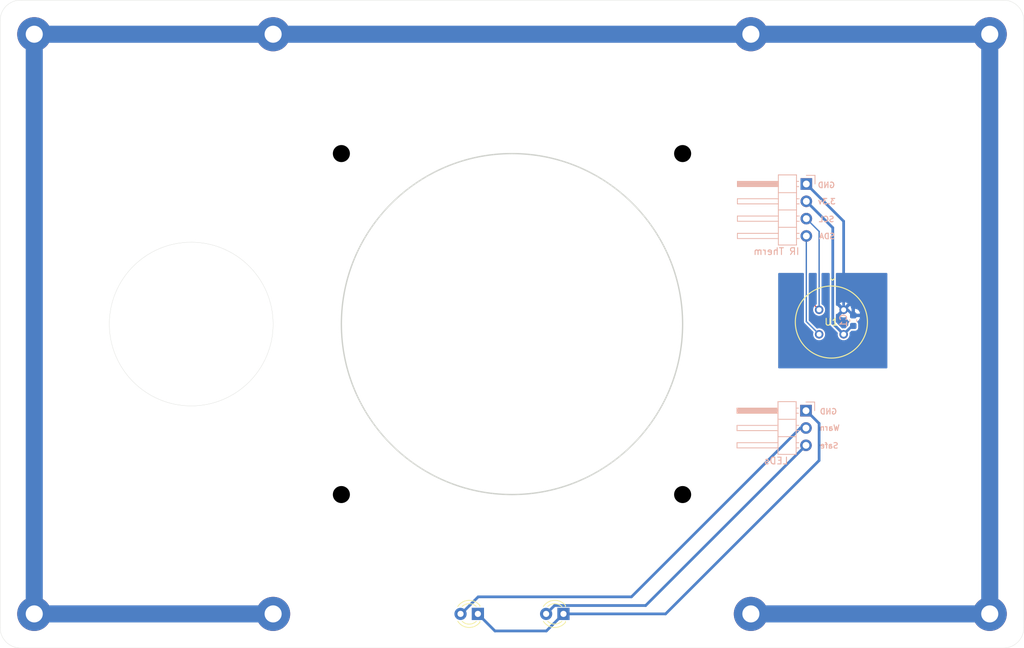
<source format=kicad_pcb>
(kicad_pcb (version 20241229) (generator "pcbnew") (generator_version "9.0")
  (title_block (title "Cooling Plate") (date "2025-02-11") (rev "1.0") (company "Wattle Labs"))
  (layers (0 "F.Cu" signal "Front") (2 "B.Cu" signal "Back") (13 "F.Paste" user) (15 "B.Paste" user) (5 "F.SilkS" user "F.Silkscreen") (7 "B.SilkS" user "B.Silkscreen") (1 "F.Mask" user) (3 "B.Mask" user) (25 "Edge.Cuts" user))
  (net 0 "")
  (net 1 "/Safe")
  (net 2 "/Therm_3.3v")
  (net 3 "/Therm_GND")
  (net 4 "/Warn")
  (net 5 "Earth")
  (net 6 "/Therm_SCL")
  (net 7 "/Therm_SDA")
  (net 8 "/Cathode")
  (footprint "MountingHole:MountingHole_2.5mm" (layer "F.Cu") (at 70 42.5)
    (property "Reference" "H9" (hide yes))
    (property "Value" "MountingHole" (hide yes))
    (pad "" np_thru_hole circle (at 0 0) (size 4 4) (drill 2.5) (layers "*.Mask"))
  )
  (footprint "MountingHole:MountingHole_2.5mm" (layer "F.Cu") (at 120 42.5)
    (property "Reference" "H11" (hide yes))
    (property "Value" "MountingHole" (hide yes))
    (pad "" np_thru_hole circle (at 0 0) (size 4 4) (drill 2.5) (layers "*.Mask"))
  )
  (footprint "MountingHole:MountingHole_2.5mm" (layer "F.Cu") (at 70 92.5)
    (property "Reference" "H12" (hide yes))
    (property "Value" "MountingHole" (hide yes))
    (pad "" np_thru_hole circle (at 0 0) (size 4 4) (drill 2.5) (layers "*.Mask"))
  )
  (footprint "MountingHole:MountingHole_2.5mm" (layer "F.Cu") (at 120 92.5)
    (property "Reference" "H10" (hide yes))
    (property "Value" "MountingHole" (hide yes))
    (pad "" np_thru_hole circle (at 0 0) (size 4 4) (drill 2.5) (layers "*.Mask"))
  )
  (footprint "MountingHole:MountingHole_2.5mm_Pad_TopBottom" (layer "F.Cu") (at 130 110)
    (property "Reference" "H7" (hide yes))
    (property "Value" "MountingHole_Pad" (hide yes))
    (pad "1" thru_hole circle (at 0 0) (size 2.9 2.9) (drill 2.5) (layers "*.Cu" "*.Mask") (net 5 "Earth"))
    (pad "1" connect circle (at 0 0) (size 5 5) (layers "F.Cu" "F.Mask") (net 5 "Earth"))
    (pad "1" connect circle (at 0 0) (size 5 5) (layers "B.Cu" "B.Mask") (net 5 "Earth"))
  )
  (footprint "MountingHole:MountingHole_2.5mm_Pad_TopBottom" (layer "F.Cu") (at 130 25)
    (property "Reference" "H3" (hide yes))
    (property "Value" "MountingHole_Pad" (hide yes))
    (pad "1" thru_hole circle (at 0 0) (size 2.9 2.9) (drill 2.5) (layers "*.Cu" "*.Mask") (net 5 "Earth"))
    (pad "1" connect circle (at 0 0) (size 5 5) (layers "F.Cu" "F.Mask") (net 5 "Earth"))
    (pad "1" connect circle (at 0 0) (size 5 5) (layers "B.Cu" "B.Mask") (net 5 "Earth"))
  )
  (footprint "MountingHole:MountingHole_2.5mm_Pad_TopBottom" (layer "F.Cu") (at 25 110)
    (property "Reference" "H5" (hide yes))
    (property "Value" "MountingHole_Pad" (hide yes))
    (pad "1" thru_hole circle (at 0 0) (size 2.9 2.9) (drill 2.5) (layers "*.Cu" "*.Mask") (net 5 "Earth"))
    (pad "1" connect circle (at 0 0) (size 5 5) (layers "F.Cu" "F.Mask") (net 5 "Earth"))
    (pad "1" connect circle (at 0 0) (size 5 5) (layers "B.Cu" "B.Mask") (net 5 "Earth"))
  )
  (footprint "MountingHole:MountingHole_2.5mm_Pad_TopBottom" (layer "F.Cu") (at 165 25)
    (property "Reference" "H4" (hide yes))
    (property "Value" "MountingHole_Pad" (hide yes))
    (pad "1" thru_hole circle (at 0 0) (size 2.9 2.9) (drill 2.5) (layers "*.Cu" "*.Mask") (net 5 "Earth"))
    (pad "1" connect circle (at 0 0) (size 5 5) (layers "F.Cu" "F.Mask") (net 5 "Earth"))
    (pad "1" connect circle (at 0 0) (size 5 5) (layers "B.Cu" "B.Mask") (net 5 "Earth"))
  )
  (footprint "MountingHole:MountingHole_2.5mm_Pad_TopBottom" (layer "F.Cu") (at 25 25)
    (property "Reference" "H1" (hide yes))
    (property "Value" "MountingHole_Pad" (hide yes))
    (pad "1" thru_hole circle (at 0 0) (size 2.9 2.9) (drill 2.5) (layers "*.Cu" "*.Mask") (net 5 "Earth"))
    (pad "1" connect circle (at 0 0) (size 5 5) (layers "F.Cu" "F.Mask") (net 5 "Earth"))
    (pad "1" connect circle (at 0 0) (size 5 5) (layers "B.Cu" "B.Mask") (net 5 "Earth"))
  )
  (footprint "MountingHole:MountingHole_2.5mm_Pad_TopBottom" (layer "F.Cu") (at 60 110)
    (property "Reference" "H6" (hide yes))
    (property "Value" "MountingHole_Pad" (hide yes))
    (pad "1" thru_hole circle (at 0 0) (size 2.9 2.9) (drill 2.5) (layers "*.Cu" "*.Mask") (net 5 "Earth"))
    (pad "1" connect circle (at 0 0) (size 5 5) (layers "F.Cu" "F.Mask") (net 5 "Earth"))
    (pad "1" connect circle (at 0 0) (size 5 5) (layers "B.Cu" "B.Mask") (net 5 "Earth"))
  )
  (footprint "MountingHole:MountingHole_2.5mm_Pad_TopBottom" (layer "F.Cu") (at 165 110)
    (property "Reference" "H8" (hide yes))
    (property "Value" "MountingHole_Pad" (hide yes))
    (pad "1" thru_hole circle (at 0 0) (size 2.9 2.9) (drill 2.5) (layers "*.Cu" "*.Mask") (net 5 "Earth"))
    (pad "1" connect circle (at 0 0) (size 5 5) (layers "F.Cu" "F.Mask") (net 5 "Earth"))
    (pad "1" connect circle (at 0 0) (size 5 5) (layers "B.Cu" "B.Mask") (net 5 "Earth"))
  )
  (footprint "LED_THT:LED_D3.0mm" (layer "F.Cu") (at 102.54 110 180)
    (property "Reference" "D2" (hide yes))
    (property "Value" "Safe" (hide yes))
    (fp_line (start -0.29 1.08) (end -0.29 1.236) (stroke (width 0.12)) (layer "F.SilkS"))
    (fp_line (start -0.29 -1.236) (end -0.29 -1.08) (stroke (width 0.12)) (layer "F.SilkS"))
    (fp_arc (start 2.941397 1.080061) (mid 1.365624 1.987701) (end -0.29 1.235516) (stroke (width 0.12)) (layer "F.SilkS"))
    (fp_arc (start 2.31091 1.080049) (mid 1.269965 1.5) (end 0.229039 1.08) (stroke (width 0.12)) (layer "F.SilkS"))
    (fp_arc (start 0.229039 -1.08) (mid 1.269965 -1.5) (end 2.31091 -1.080049) (stroke (width 0.12)) (layer "F.SilkS"))
    (fp_arc (start -0.29 -1.235516) (mid 1.365624 -1.987701) (end 2.941397 -1.080061) (stroke (width 0.12)) (layer "F.SilkS"))
    (pad "1" thru_hole rect (at 0 0 180) (size 1.8 1.8) (drill 0.9) (layers "*.Cu" "*.Mask") (remove_unused_layers yes) (net 8 "/Cathode"))
    (pad "2" thru_hole circle (at 2.54 0 180) (size 1.8 1.8) (drill 0.9) (layers "*.Cu" "*.Mask") (remove_unused_layers yes) (net 1 "/Safe"))
  )
  (footprint "LED_THT:LED_D3.0mm" (layer "F.Cu") (at 90 110 180)
    (property "Reference" "D1" (hide yes))
    (property "Value" "Warning" (hide yes))
    (fp_line (start -0.29 1.08) (end -0.29 1.236) (stroke (width 0.12)) (layer "F.SilkS"))
    (fp_line (start -0.29 -1.236) (end -0.29 -1.08) (stroke (width 0.12)) (layer "F.SilkS"))
    (fp_arc (start 2.941397 1.080061) (mid 1.365624 1.987701) (end -0.29 1.235516) (stroke (width 0.12)) (layer "F.SilkS"))
    (fp_arc (start 2.31091 1.080049) (mid 1.269965 1.5) (end 0.229039 1.08) (stroke (width 0.12)) (layer "F.SilkS"))
    (fp_arc (start 0.229039 -1.08) (mid 1.269965 -1.5) (end 2.31091 -1.080049) (stroke (width 0.12)) (layer "F.SilkS"))
    (fp_arc (start -0.29 -1.235516) (mid 1.365624 -1.987701) (end 2.941397 -1.080061) (stroke (width 0.12)) (layer "F.SilkS"))
    (pad "1" thru_hole rect (at 0 0 180) (size 1.8 1.8) (drill 0.9) (layers "*.Cu" "*.Mask") (remove_unused_layers yes) (net 8 "/Cathode"))
    (pad "2" thru_hole circle (at 2.54 0 180) (size 1.8 1.8) (drill 0.9) (layers "*.Cu" "*.Mask") (remove_unused_layers yes) (net 4 "/Warn"))
  )
  (footprint "0_Project:IRTHERMO_MLX90614xCC_MEL" (layer "F.Cu") (at 140 65.407897)
    (property "Reference" "U1" (at 1.796051 1.796051 0) (layer "F.SilkS"))
    (property "Value" "MLX90614ESF-BCC-000-TU")
    (fp_line (start 0 0) (end -0.898026 -0.898026) (stroke (width 0.1524)) (layer "F.Cu"))
    (fp_circle (center 1.796051 1.796051) (end 7.079251 1.796051) (stroke (width 0.1524)) (fill no) (layer "F.SilkS"))
    (pad "1" thru_hole circle (at 0 0) (size 1.2446 1.2446) (drill 0.7366) (layers "*.Cu" "*.Mask") (net 6 "/Therm_SCL"))
    (pad "2" thru_hole circle (at 0 3.592103 90) (size 1.2446 1.2446) (drill 0.7366) (layers "*.Cu" "*.Mask") (net 7 "/Therm_SDA"))
    (pad "3" thru_hole circle (at 3.592103 3.592103) (size 1.2446 1.2446) (drill 0.7366) (layers "*.Cu" "*.Mask") (net 2 "/Therm_3.3v"))
    (pad "4" thru_hole circle (at 3.592103 0 90) (size 1.2446 1.2446) (drill 0.7366) (layers "*.Cu" "*.Mask") (net 3 "/Therm_GND"))
  )
  (footprint "MountingHole:MountingHole_2.5mm_Pad_TopBottom" (layer "F.Cu") (at 60 25)
    (property "Reference" "H2" (hide yes))
    (property "Value" "MountingHole_Pad" (hide yes))
    (pad "1" thru_hole circle (at 0 0) (size 2.9 2.9) (drill 2.5) (layers "*.Cu" "*.Mask") (net 5 "Earth"))
    (pad "1" connect circle (at 0 0) (size 5 5) (layers "F.Cu" "F.Mask") (net 5 "Earth"))
    (pad "1" connect circle (at 0 0) (size 5 5) (layers "B.Cu" "B.Mask") (net 5 "Earth"))
  )
  (footprint "Capacitor_SMD:C_0603_1608Metric" (layer "B.Cu") (at 145 67 -90)
    (property "Reference" "C1" (at 0 1.43 90) (layer "B.SilkS") (effects (justify mirror)))
    (property "Value" "100n")
    (fp_line (start 0.140581 0.51) (end -0.140581 0.51) (stroke (width 0.12)) (layer "B.SilkS"))
    (fp_line (start 0.140581 -0.51) (end -0.140581 -0.51) (stroke (width 0.12)) (layer "B.SilkS"))
    (pad "1" smd roundrect (at -0.775 0 270) (size 0.9 0.95) (layers "B.Cu" "B.Mask" "B.Paste") (net 3 "/Therm_GND"))
    (pad "2" smd roundrect (at 0.775 0 270) (size 0.9 0.95) (layers "B.Cu" "B.Mask" "B.Paste") (net 2 "/Therm_3.3v"))
  )
  (footprint "Connector_PinHeader_2.54mm:PinHeader_1x03_P2.54mm_Horizontal" (layer "B.Cu") (at 138.075 80.2 180)
    (property "Reference" "J1" (hide yes))
    (property "Value" "LEDs" (at 4.385 -7.35 0) (layer "B.SilkS") (effects (justify mirror)))
    (fp_line (start 10.1 0.38) (end 4.1 0.38) (stroke (width 0.12)) (layer "B.SilkS"))
    (fp_line (start 10.1 0.32) (end 4.1 0.32) (stroke (width 0.12)) (layer "B.SilkS"))
    (fp_line (start 10.1 0.2) (end 4.1 0.2) (stroke (width 0.12)) (layer "B.SilkS"))
    (fp_line (start 10.1 0.08) (end 4.1 0.08) (stroke (width 0.12)) (layer "B.SilkS"))
    (fp_line (start 10.1 -0.04) (end 4.1 -0.04) (stroke (width 0.12)) (layer "B.SilkS"))
    (fp_line (start 10.1 -0.16) (end 4.1 -0.16) (stroke (width 0.12)) (layer "B.SilkS"))
    (fp_line (start 10.1 -0.28) (end 4.1 -0.28) (stroke (width 0.12)) (layer "B.SilkS"))
    (fp_line (start 10.1 -0.38) (end 10.1 0.38) (stroke (width 0.12)) (layer "B.SilkS"))
    (fp_line (start 10.1 -2.16) (end 4.1 -2.16) (stroke (width 0.12)) (layer "B.SilkS"))
    (fp_line (start 10.1 -2.92) (end 10.1 -2.16) (stroke (width 0.12)) (layer "B.SilkS"))
    (fp_line (start 10.1 -4.7) (end 4.1 -4.7) (stroke (width 0.12)) (layer "B.SilkS"))
    (fp_line (start 10.1 -5.46) (end 10.1 -4.7) (stroke (width 0.12)) (layer "B.SilkS"))
    (fp_line (start 4.1 1.33) (end 4.1 -6.41) (stroke (width 0.12)) (layer "B.SilkS"))
    (fp_line (start 4.1 -0.38) (end 10.1 -0.38) (stroke (width 0.12)) (layer "B.SilkS"))
    (fp_line (start 4.1 -1.27) (end 1.44 -1.27) (stroke (width 0.12)) (layer "B.SilkS"))
    (fp_line (start 4.1 -2.92) (end 10.1 -2.92) (stroke (width 0.12)) (layer "B.SilkS"))
    (fp_line (start 4.1 -3.81) (end 1.44 -3.81) (stroke (width 0.12)) (layer "B.SilkS"))
    (fp_line (start 4.1 -5.46) (end 10.1 -5.46) (stroke (width 0.12)) (layer "B.SilkS"))
    (fp_line (start 4.1 -6.41) (end 1.44 -6.41) (stroke (width 0.12)) (layer "B.SilkS"))
    (fp_line (start 1.44 1.33) (end 4.1 1.33) (stroke (width 0.12)) (layer "B.SilkS"))
    (fp_line (start 1.44 0.38) (end 1.11 0.38) (stroke (width 0.12)) (layer "B.SilkS"))
    (fp_line (start 1.44 -0.38) (end 1.11 -0.38) (stroke (width 0.12)) (layer "B.SilkS"))
    (fp_line (start 1.44 -2.16) (end 1.042929 -2.16) (stroke (width 0.12)) (layer "B.SilkS"))
    (fp_line (start 1.44 -2.92) (end 1.042929 -2.92) (stroke (width 0.12)) (layer "B.SilkS"))
    (fp_line (start 1.44 -4.7) (end 1.042929 -4.7) (stroke (width 0.12)) (layer "B.SilkS"))
    (fp_line (start 1.44 -5.46) (end 1.042929 -5.46) (stroke (width 0.12)) (layer "B.SilkS"))
    (fp_line (start 1.44 -6.41) (end 1.44 1.33) (stroke (width 0.12)) (layer "B.SilkS"))
    (fp_line (start 0 1.27) (end -1.27 1.27) (stroke (width 0.12)) (layer "B.SilkS"))
    (fp_line (start -1.27 1.27) (end -1.27 0) (stroke (width 0.12)) (layer "B.SilkS"))
    (pad "1" thru_hole rect (at 0 0 180) (size 1.7 1.7) (drill 1) (layers "*.Cu" "*.Mask") (net 8 "/Cathode"))
    (pad "2" thru_hole oval (at 0 -2.54 180) (size 1.7 1.7) (drill 1) (layers "*.Cu" "*.Mask") (net 4 "/Warn"))
    (pad "3" thru_hole oval (at 0 -5.08 180) (size 1.7 1.7) (drill 1) (layers "*.Cu" "*.Mask") (net 1 "/Safe"))
  )
  (footprint "Connector_PinHeader_2.54mm:PinHeader_1x04_P2.54mm_Horizontal" (layer "B.Cu") (at 138.125 46.96 180)
    (property "Reference" "J2" (hide yes))
    (property "Value" "IR Therm" (at 4.385 -9.89 0) (layer "B.SilkS") (effects (justify mirror)))
    (fp_line (start 10.1 0.38) (end 4.1 0.38) (stroke (width 0.12)) (layer "B.SilkS"))
    (fp_line (start 10.1 0.32) (end 4.1 0.32) (stroke (width 0.12)) (layer "B.SilkS"))
    (fp_line (start 10.1 0.2) (end 4.1 0.2) (stroke (width 0.12)) (layer "B.SilkS"))
    (fp_line (start 10.1 0.08) (end 4.1 0.08) (stroke (width 0.12)) (layer "B.SilkS"))
    (fp_line (start 10.1 -0.04) (end 4.1 -0.04) (stroke (width 0.12)) (layer "B.SilkS"))
    (fp_line (start 10.1 -0.16) (end 4.1 -0.16) (stroke (width 0.12)) (layer "B.SilkS"))
    (fp_line (start 10.1 -0.28) (end 4.1 -0.28) (stroke (width 0.12)) (layer "B.SilkS"))
    (fp_line (start 10.1 -0.38) (end 10.1 0.38) (stroke (width 0.12)) (layer "B.SilkS"))
    (fp_line (start 10.1 -2.16) (end 4.1 -2.16) (stroke (width 0.12)) (layer "B.SilkS"))
    (fp_line (start 10.1 -2.92) (end 10.1 -2.16) (stroke (width 0.12)) (layer "B.SilkS"))
    (fp_line (start 10.1 -4.7) (end 4.1 -4.7) (stroke (width 0.12)) (layer "B.SilkS"))
    (fp_line (start 10.1 -5.46) (end 10.1 -4.7) (stroke (width 0.12)) (layer "B.SilkS"))
    (fp_line (start 10.1 -7.24) (end 4.1 -7.24) (stroke (width 0.12)) (layer "B.SilkS"))
    (fp_line (start 10.1 -8) (end 10.1 -7.24) (stroke (width 0.12)) (layer "B.SilkS"))
    (fp_line (start 4.1 1.33) (end 4.1 -8.95) (stroke (width 0.12)) (layer "B.SilkS"))
    (fp_line (start 4.1 -0.38) (end 10.1 -0.38) (stroke (width 0.12)) (layer "B.SilkS"))
    (fp_line (start 4.1 -1.27) (end 1.44 -1.27) (stroke (width 0.12)) (layer "B.SilkS"))
    (fp_line (start 4.1 -2.92) (end 10.1 -2.92) (stroke (width 0.12)) (layer "B.SilkS"))
    (fp_line (start 4.1 -3.81) (end 1.44 -3.81) (stroke (width 0.12)) (layer "B.SilkS"))
    (fp_line (start 4.1 -5.46) (end 10.1 -5.46) (stroke (width 0.12)) (layer "B.SilkS"))
    (fp_line (start 4.1 -6.35) (end 1.44 -6.35) (stroke (width 0.12)) (layer "B.SilkS"))
    (fp_line (start 4.1 -8) (end 10.1 -8) (stroke (width 0.12)) (layer "B.SilkS"))
    (fp_line (start 4.1 -8.95) (end 1.44 -8.95) (stroke (width 0.12)) (layer "B.SilkS"))
    (fp_line (start 1.44 1.33) (end 4.1 1.33) (stroke (width 0.12)) (layer "B.SilkS"))
    (fp_line (start 1.44 0.38) (end 1.11 0.38) (stroke (width 0.12)) (layer "B.SilkS"))
    (fp_line (start 1.44 -0.38) (end 1.11 -0.38) (stroke (width 0.12)) (layer "B.SilkS"))
    (fp_line (start 1.44 -2.16) (end 1.042929 -2.16) (stroke (width 0.12)) (layer "B.SilkS"))
    (fp_line (start 1.44 -2.92) (end 1.042929 -2.92) (stroke (width 0.12)) (layer "B.SilkS"))
    (fp_line (start 1.44 -4.7) (end 1.042929 -4.7) (stroke (width 0.12)) (layer "B.SilkS"))
    (fp_line (start 1.44 -5.46) (end 1.042929 -5.46) (stroke (width 0.12)) (layer "B.SilkS"))
    (fp_line (start 1.44 -7.24) (end 1.042929 -7.24) (stroke (width 0.12)) (layer "B.SilkS"))
    (fp_line (start 1.44 -8) (end 1.042929 -8) (stroke (width 0.12)) (layer "B.SilkS"))
    (fp_line (start 1.44 -8.95) (end 1.44 1.33) (stroke (width 0.12)) (layer "B.SilkS"))
    (fp_line (start 0 1.27) (end -1.27 1.27) (stroke (width 0.12)) (layer "B.SilkS"))
    (fp_line (start -1.27 1.27) (end -1.27 0) (stroke (width 0.12)) (layer "B.SilkS"))
    (pad "1" thru_hole rect (at 0 0 180) (size 1.7 1.7) (drill 1) (layers "*.Cu" "*.Mask") (net 3 "/Therm_GND"))
    (pad "2" thru_hole oval (at 0 -2.54 180) (size 1.7 1.7) (drill 1) (layers "*.Cu" "*.Mask") (net 2 "/Therm_3.3v"))
    (pad "3" thru_hole oval (at 0 -5.08 180) (size 1.7 1.7) (drill 1) (layers "*.Cu" "*.Mask") (net 6 "/Therm_SCL"))
    (pad "4" thru_hole oval (at 0 -7.62 180) (size 1.7 1.7) (drill 1) (layers "*.Cu" "*.Mask") (net 7 "/Therm_SDA"))
  )
  (gr_line (start 170 23) (end 170 112) (stroke (width 0.0381)) (layer "Edge.Cuts"))
  (gr_line (start 167 115) (end 23 115) (stroke (width 0.0381)) (layer "Edge.Cuts"))
  (gr_circle (center 48 67.5) (end 60 67.5) (stroke (width 0.0381)) (fill no) (layer "Edge.Cuts"))
  (gr_arc (start 167 20) (mid 169.12132 20.87868) (end 170 23) (stroke (width 0.0381)) (layer "Edge.Cuts"))
  (gr_circle (center 95 67.5) (end 120 67.5) (stroke (width 0.2)) (fill no) (layer "Edge.Cuts"))
  (gr_arc (start 170 112) (mid 169.12132 114.12132) (end 167 115) (stroke (width 0.0381)) (layer "Edge.Cuts"))
  (gr_arc (start 20 23) (mid 20.87868 20.87868) (end 23 20) (stroke (width 0.0381)) (layer "Edge.Cuts"))
  (gr_line (start 20 112) (end 20 23) (stroke (width 0.0381)) (layer "Edge.Cuts"))
  (gr_arc (start 23 115) (mid 20.87868 114.12132) (end 20 112) (stroke (width 0.0381)) (layer "Edge.Cuts"))
  (gr_line (start 23 20) (end 167 20) (stroke (width 0.0381)) (layer "Edge.Cuts"))
  (gr_text "^" (at 142.5 59.3 180) (layer "F.SilkS") (effects (font (size 1.5 1.5) (thickness 0.1524) (bold yes)) (justify left bottom)))
  (gr_text "SCL" (at 142.3 52.6 0) (layer "B.SilkS") (effects (font (size 0.8128 0.8128) (thickness 0.1524) (bold yes)) (justify left bottom mirror)))
  (gr_text "GND" (at 142.7 80.8 0) (layer "B.SilkS") (effects (font (size 0.8128 0.8128) (thickness 0.1524) (bold yes)) (justify left bottom mirror)))
  (gr_text "3.3v" (at 142.5 50 0) (layer "B.SilkS") (effects (font (size 0.8128 0.8128) (thickness 0.1524) (bold yes)) (justify left bottom mirror)))
  (gr_text "GND" (at 142.4 47.6 0) (layer "B.SilkS") (effects (font (size 0.8128 0.8128) (thickness 0.1524) (bold yes)) (justify left bottom mirror)))
  (gr_text "SDA" (at 142.4 55.1 0) (layer "B.SilkS") (effects (font (size 0.8128 0.8128) (thickness 0.1524) (bold yes)) (justify left bottom mirror)))
  (gr_text "Warn" (at 143.1 83.2 0) (layer "B.SilkS") (effects (font (size 0.8128 0.8128) (thickness 0.1524) (bold yes)) (justify left bottom mirror)))
  (gr_text "Safe" (at 142.9 85.8 0) (layer "B.SilkS") (effects (font (size 0.8128 0.8128) (thickness 0.1524) (bold yes)) (justify left bottom mirror)))
  (segment (start 101.227 108.773) (end 114.581999 108.773) (width 0.4) (layer "B.Cu") (net 1))
  (segment (start 114.581999 108.773) (end 138.075 85.279999) (width 0.4) (layer "B.Cu") (net 1))
  (segment (start 100 110) (end 101.227 108.773) (width 0.4) (layer "B.Cu") (net 1))
  (segment (start 142 67.407897) (end 143.592103 69) (width 0.4) (layer "B.Cu") (net 2))
  (segment (start 145 67.775) (end 144.817103 67.775) (width 0.4) (layer "B.Cu") (net 2))
  (segment (start 138.125 49.5) (end 142 53.375) (width 0.4) (layer "B.Cu") (net 2))
  (segment (start 142 53.375) (end 142 67.407897) (width 0.4) (layer "B.Cu") (net 2))
  (segment (start 144.817103 67.775) (end 143.592103 69) (width 0.4) (layer "B.Cu") (net 2))
  (segment (start 138.125 46.96) (end 143.592103 52.427103) (width 0.4) (layer "B.Cu") (net 3))
  (segment (start 143.592103 65.407897) (end 144.182897 65.407897) (width 0.4) (layer "B.Cu") (net 3))
  (segment (start 143.592103 52.427103) (end 143.592103 65.407897) (width 0.4) (layer "B.Cu") (net 3))
  (segment (start 144.182897 65.407897) (end 145 66.225) (width 0.4) (layer "B.Cu") (net 3))
  (segment (start 87.546 110) (end 90.046 107.5) (width 0.4) (layer "B.Cu") (net 4))
  (segment (start 137.26 82.74) (end 138.075 82.74) (width 0.4) (layer "B.Cu") (net 4))
  (segment (start 112.5 107.5) (end 137.26 82.74) (width 0.4) (layer "B.Cu") (net 4))
  (segment (start 90.046 107.5) (end 112.5 107.5) (width 0.4) (layer "B.Cu") (net 4))
  (segment (start 25 110) (end 60 110) (width 2.5) (layer "B.Cu") (net 5))
  (segment (start 165 25) (end 165 110) (width 2.5) (layer "B.Cu") (net 5))
  (segment (start 165 110) (end 130 110) (width 2.5) (layer "B.Cu") (net 5))
  (segment (start 25 25) (end 25 110) (width 2.5) (layer "B.Cu") (net 5))
  (segment (start 25 25) (end 165 25) (width 2.5) (layer "B.Cu") (net 5))
  (segment (start 138.125 52.04) (end 140 53.915) (width 0.2) (layer "B.Cu") (net 6))
  (segment (start 140 53.915) (end 140 65.407897) (width 0.2) (layer "B.Cu") (net 6))
  (segment (start 138.125 67.125) (end 140 69) (width 0.2) (layer "B.Cu") (net 7))
  (segment (start 138.125 54.58) (end 138.125 67.125) (width 0.2) (layer "B.Cu") (net 7))
  (segment (start 138.125 80.2) (end 140 82.075) (width 0.4) (layer "B.Cu") (net 8))
  (segment (start 100.04 112.5) (end 92.5 112.5) (width 0.4) (layer "B.Cu") (net 8))
  (segment (start 117.5 110) (end 102.54 110) (width 0.4) (layer "B.Cu") (net 8))
  (segment (start 92.5 112.5) (end 90 110) (width 0.4) (layer "B.Cu") (net 8))
  (segment (start 140 82.075) (end 140 87.5) (width 0.4) (layer "B.Cu") (net 8))
  (segment (start 102.54 110) (end 100.04 112.5) (width 0.4) (layer "B.Cu") (net 8))
  (segment (start 140 87.5) (end 117.5 110) (width 0.4) (layer "B.Cu") (net 8))
  (zone (net 3) (net_name "/Therm_GND") (layer "B.Cu") (connect_pads (clearance 0.25)) (min_thickness 0.25) (fill yes (thermal_gap 0.5) (thermal_bridge_width 0.5) (smoothing chamfer))
    (polygon (pts (xy 134 60) (xy 134 74) (xy 150 74) (xy 150 60)))
  )
)
</source>
